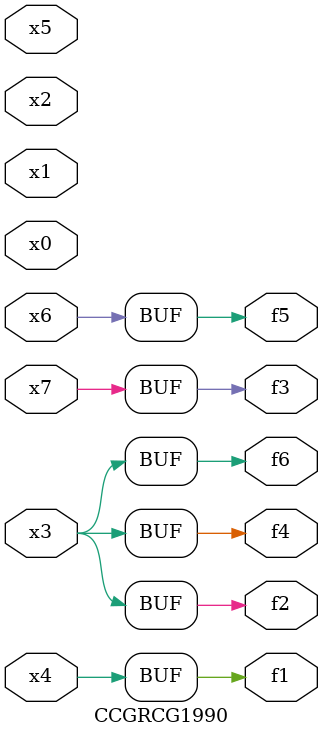
<source format=v>
module CCGRCG1990(
	input x0, x1, x2, x3, x4, x5, x6, x7,
	output f1, f2, f3, f4, f5, f6
);
	assign f1 = x4;
	assign f2 = x3;
	assign f3 = x7;
	assign f4 = x3;
	assign f5 = x6;
	assign f6 = x3;
endmodule

</source>
